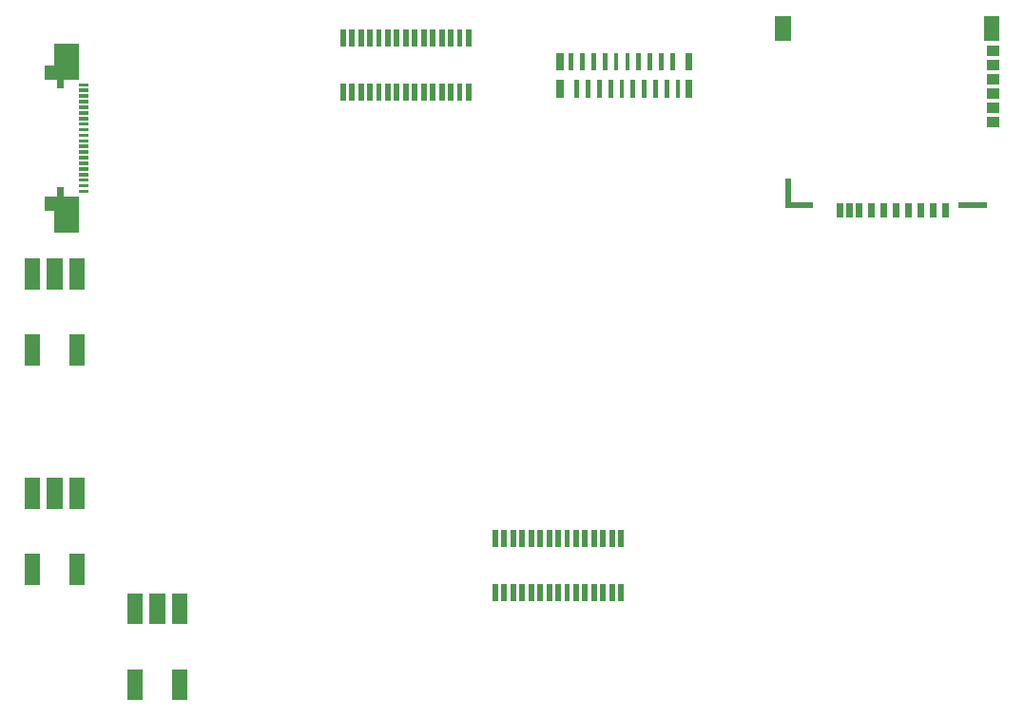
<source format=gbr>
G04 start of page 13 for group -4014 idx -4014 *
G04 Title: (unknown), bottompaste *
G04 Creator: pcb 20110918 *
G04 CreationDate: Fri Dec  6 03:47:07 2013 UTC *
G04 For: user1 *
G04 Format: Gerber/RS-274X *
G04 PCB-Dimensions: 550000 550000 *
G04 PCB-Coordinate-Origin: lower left *
%MOIN*%
%FSLAX25Y25*%
%LNBOTTOMPASTE*%
%ADD177R,0.0177X0.0177*%
%ADD176R,0.0551X0.0551*%
%ADD175R,0.0236X0.0236*%
%ADD174R,0.0354X0.0354*%
%ADD173R,0.0866X0.0866*%
%ADD172R,0.0118X0.0118*%
%ADD171R,0.0335X0.0335*%
%ADD170R,0.0551X0.0551*%
%ADD169R,0.0236X0.0236*%
%ADD168R,0.0157X0.0157*%
%ADD167R,0.0158X0.0158*%
%ADD166R,0.0197X0.0197*%
%ADD165R,0.0197X0.0197*%
G54D165*X205048Y279958D02*Y275902D01*
X201898Y279958D02*Y275902D01*
X198748Y279958D02*Y275902D01*
X195599Y279958D02*Y275902D01*
X160953Y279958D02*Y275902D01*
X164103Y279958D02*Y275902D01*
X167252Y279958D02*Y275902D01*
X170402Y279958D02*Y275902D01*
X173551Y279958D02*Y275902D01*
G54D166*X176702Y279958D02*Y275903D01*
G54D165*X179851Y279958D02*Y275902D01*
X183000Y279958D02*Y275902D01*
X186150Y279958D02*Y275902D01*
X189299Y279958D02*Y275902D01*
G54D166*X192450Y279958D02*Y275903D01*
G54D165*X205048Y260863D02*Y256808D01*
X201898Y260863D02*Y256808D01*
X198748Y260863D02*Y256808D01*
X195599Y260863D02*Y256808D01*
X160953Y260863D02*Y256808D01*
X164103Y260863D02*Y256808D01*
X167252Y260863D02*Y256808D01*
X170402Y260863D02*Y256808D01*
X173551Y260863D02*Y256808D01*
G54D166*X176702Y260863D02*Y256809D01*
G54D165*X179851Y260863D02*Y256808D01*
X183000Y260863D02*Y256808D01*
X186150Y260863D02*Y256808D01*
X189299Y260863D02*Y256808D01*
G54D166*X192450Y260863D02*Y256809D01*
G54D167*X276443Y271902D02*Y267178D01*
X272506Y271902D02*Y267178D01*
X268569Y271902D02*Y267178D01*
X264632Y271902D02*Y267178D01*
X260695Y271902D02*Y267178D01*
X256758Y271902D02*Y267178D01*
X252821Y271902D02*Y267178D01*
X248884Y271902D02*Y267178D01*
X244947Y271902D02*Y267178D01*
X241010Y271902D02*Y267178D01*
G54D168*X278411Y262453D02*Y257728D01*
X274474Y262453D02*Y257728D01*
X270537Y262453D02*Y257728D01*
X266600Y262453D02*Y257728D01*
X262663Y262453D02*Y257728D01*
G54D167*X258726Y262453D02*Y257729D01*
X254789Y262453D02*Y257729D01*
X250852Y262453D02*Y257729D01*
X246915Y262453D02*Y257729D01*
X242978Y262453D02*Y257729D01*
G54D169*X237072Y271508D02*Y267571D01*
Y262059D02*Y258122D01*
X282348Y271508D02*Y267571D01*
Y262059D02*Y258122D01*
G54D165*X258457Y104196D02*Y100140D01*
X255307Y104196D02*Y100140D01*
X252157Y104196D02*Y100140D01*
X249008Y104196D02*Y100140D01*
X214362Y104196D02*Y100140D01*
X217512Y104196D02*Y100140D01*
X220661Y104196D02*Y100140D01*
X223811Y104196D02*Y100140D01*
X226960Y104196D02*Y100140D01*
G54D166*X230111Y104196D02*Y100141D01*
G54D165*X233260Y104196D02*Y100140D01*
X236409Y104196D02*Y100140D01*
X239559Y104196D02*Y100140D01*
X242708Y104196D02*Y100140D01*
G54D166*X245859Y104196D02*Y100141D01*
G54D165*X258457Y85101D02*Y81046D01*
X255307Y85101D02*Y81046D01*
X252157Y85101D02*Y81046D01*
X249008Y85101D02*Y81046D01*
X214362Y85101D02*Y81046D01*
X217512Y85101D02*Y81046D01*
X220661Y85101D02*Y81046D01*
X223811Y85101D02*Y81046D01*
X226960Y85101D02*Y81046D01*
G54D166*X230111Y85101D02*Y81047D01*
G54D165*X233260Y85101D02*Y81046D01*
X236409Y85101D02*Y81046D01*
X239559Y85101D02*Y81046D01*
X242708Y85101D02*Y81046D01*
G54D166*X245859Y85101D02*Y81047D01*
G54D170*X103784Y80185D02*Y74870D01*
X95910Y80185D02*Y74870D01*
X88036Y80185D02*Y74870D01*
X103784Y53610D02*Y48295D01*
X88036Y53610D02*Y48295D01*
X67784Y197685D02*Y192370D01*
X59910Y197685D02*Y192370D01*
X52036Y197685D02*Y192370D01*
X67784Y171110D02*Y165795D01*
X52036Y171110D02*Y165795D01*
G54D171*X58119Y266658D02*Y264886D01*
G54D172*X69045Y224040D02*X71013D01*
X69045Y226008D02*X71013D01*
X69045Y227977D02*X71013D01*
X69045Y229945D02*X71013D01*
X69045Y231914D02*X71013D01*
X69045Y233882D02*X71013D01*
X69045Y235851D02*X71013D01*
X69045Y237819D02*X71013D01*
X69045Y239788D02*X71013D01*
X69045Y241756D02*X71013D01*
X69045Y243725D02*X71013D01*
X69045Y245693D02*X71013D01*
X69045Y247662D02*X71013D01*
X69045Y249630D02*X71013D01*
X69045Y251599D02*X71013D01*
X69045Y253567D02*X71013D01*
G54D169*X61997Y224237D02*Y223449D01*
G54D171*X58119Y220595D02*Y218823D01*
G54D169*X61997Y262032D02*Y261244D01*
G54D172*X69045Y255536D02*X71013D01*
X69045Y261441D02*X71013D01*
X69045Y259473D02*X71013D01*
X69045Y257504D02*X71013D01*
G54D173*X64122Y217937D02*Y214000D01*
X64123Y271480D02*Y267543D01*
G54D174*X388600Y248390D02*X389347D01*
X388600Y253390D02*X389347D01*
X388600Y258390D02*X389347D01*
X388600Y263390D02*X389347D01*
X388600Y268390D02*X389347D01*
X388600Y273390D02*X389347D01*
G54D169*X335312Y218665D02*Y215909D01*
G54D175*X338658Y218664D02*Y215910D01*
G54D169*X342005Y218665D02*Y215909D01*
X346336Y218665D02*Y215909D01*
X350666Y218665D02*Y215909D01*
X354997Y218665D02*Y215909D01*
X359328Y218665D02*Y215909D01*
G54D175*X363658Y218664D02*Y215910D01*
G54D169*X367989Y218665D02*Y215909D01*
X372320Y218665D02*Y215909D01*
G54D166*X377752Y219255D02*X385626D01*
G54D170*X388383Y282662D02*Y279512D01*
G54D176*X315154Y282662D02*Y279512D01*
G54D166*X317122Y219255D02*X324800D01*
G54D177*X317024Y227819D02*Y219157D01*
G54D170*X67784Y120685D02*Y115370D01*
X59910Y120685D02*Y115370D01*
X52036Y120685D02*Y115370D01*
X67784Y94110D02*Y88795D01*
X52036Y94110D02*Y88795D01*
M02*

</source>
